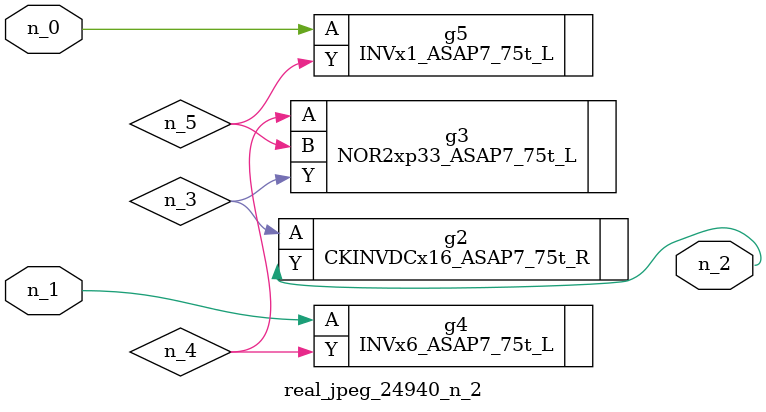
<source format=v>
module real_jpeg_24940_n_2 (n_1, n_0, n_2);

input n_1;
input n_0;

output n_2;

wire n_5;
wire n_4;
wire n_3;

INVx1_ASAP7_75t_L g5 ( 
.A(n_0),
.Y(n_5)
);

INVx6_ASAP7_75t_L g4 ( 
.A(n_1),
.Y(n_4)
);

CKINVDCx16_ASAP7_75t_R g2 ( 
.A(n_3),
.Y(n_2)
);

NOR2xp33_ASAP7_75t_L g3 ( 
.A(n_4),
.B(n_5),
.Y(n_3)
);


endmodule
</source>
